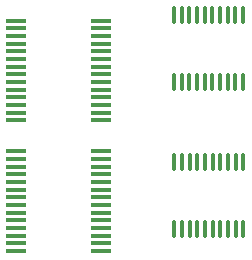
<source format=gbp>
%TF.GenerationSoftware,KiCad,Pcbnew,7.0.5*%
%TF.CreationDate,2023-06-11T19:33:25+08:00*%
%TF.ProjectId,DiveCAN Head,44697665-4341-44e2-9048-6561642e6b69,rev?*%
%TF.SameCoordinates,Original*%
%TF.FileFunction,Paste,Bot*%
%TF.FilePolarity,Positive*%
%FSLAX46Y46*%
G04 Gerber Fmt 4.6, Leading zero omitted, Abs format (unit mm)*
G04 Created by KiCad (PCBNEW 7.0.5) date 2023-06-11 19:33:25*
%MOMM*%
%LPD*%
G01*
G04 APERTURE LIST*
G04 Aperture macros list*
%AMRoundRect*
0 Rectangle with rounded corners*
0 $1 Rounding radius*
0 $2 $3 $4 $5 $6 $7 $8 $9 X,Y pos of 4 corners*
0 Add a 4 corners polygon primitive as box body*
4,1,4,$2,$3,$4,$5,$6,$7,$8,$9,$2,$3,0*
0 Add four circle primitives for the rounded corners*
1,1,$1+$1,$2,$3*
1,1,$1+$1,$4,$5*
1,1,$1+$1,$6,$7*
1,1,$1+$1,$8,$9*
0 Add four rect primitives between the rounded corners*
20,1,$1+$1,$2,$3,$4,$5,0*
20,1,$1+$1,$4,$5,$6,$7,0*
20,1,$1+$1,$6,$7,$8,$9,0*
20,1,$1+$1,$8,$9,$2,$3,0*%
G04 Aperture macros list end*
%ADD10R,1.750000X0.450000*%
%ADD11RoundRect,0.100000X-0.100000X0.637500X-0.100000X-0.637500X0.100000X-0.637500X0.100000X0.637500X0*%
G04 APERTURE END LIST*
D10*
%TO.C,U10*%
X113300000Y-106450000D03*
X113300000Y-107100000D03*
X113300000Y-107750000D03*
X113300000Y-108400000D03*
X113300000Y-109050000D03*
X113300000Y-109700000D03*
X113300000Y-110350000D03*
X113300000Y-111000000D03*
X113300000Y-111650000D03*
X113300000Y-112300000D03*
X113300000Y-112950000D03*
X113300000Y-113600000D03*
X113300000Y-114250000D03*
X113300000Y-114900000D03*
X106100000Y-114900000D03*
X106100000Y-114250000D03*
X106100000Y-113600000D03*
X106100000Y-112950000D03*
X106100000Y-112300000D03*
X106100000Y-111650000D03*
X106100000Y-111000000D03*
X106100000Y-110350000D03*
X106100000Y-109700000D03*
X106100000Y-109050000D03*
X106100000Y-108400000D03*
X106100000Y-107750000D03*
X106100000Y-107100000D03*
X106100000Y-106450000D03*
%TD*%
D11*
%TO.C,U8*%
X119450000Y-94875000D03*
X120100000Y-94875000D03*
X120750000Y-94875000D03*
X121400000Y-94875000D03*
X122050000Y-94875000D03*
X122700000Y-94875000D03*
X123350000Y-94875000D03*
X124000000Y-94875000D03*
X124650000Y-94875000D03*
X125300000Y-94875000D03*
X125300000Y-100600000D03*
X124650000Y-100600000D03*
X124000000Y-100600000D03*
X123350000Y-100600000D03*
X122700000Y-100600000D03*
X122050000Y-100600000D03*
X121400000Y-100600000D03*
X120750000Y-100600000D03*
X120100000Y-100600000D03*
X119450000Y-100600000D03*
%TD*%
%TO.C,U11*%
X119475000Y-107337500D03*
X120125000Y-107337500D03*
X120775000Y-107337500D03*
X121425000Y-107337500D03*
X122075000Y-107337500D03*
X122725000Y-107337500D03*
X123375000Y-107337500D03*
X124025000Y-107337500D03*
X124675000Y-107337500D03*
X125325000Y-107337500D03*
X125325000Y-113062500D03*
X124675000Y-113062500D03*
X124025000Y-113062500D03*
X123375000Y-113062500D03*
X122725000Y-113062500D03*
X122075000Y-113062500D03*
X121425000Y-113062500D03*
X120775000Y-113062500D03*
X120125000Y-113062500D03*
X119475000Y-113062500D03*
%TD*%
D10*
%TO.C,U7*%
X113300000Y-95375000D03*
X113300000Y-96025000D03*
X113300000Y-96675000D03*
X113300000Y-97325000D03*
X113300000Y-97975000D03*
X113300000Y-98625000D03*
X113300000Y-99275000D03*
X113300000Y-99925000D03*
X113300000Y-100575000D03*
X113300000Y-101225000D03*
X113300000Y-101875000D03*
X113300000Y-102525000D03*
X113300000Y-103175000D03*
X113300000Y-103825000D03*
X106100000Y-103825000D03*
X106100000Y-103175000D03*
X106100000Y-102525000D03*
X106100000Y-101875000D03*
X106100000Y-101225000D03*
X106100000Y-100575000D03*
X106100000Y-99925000D03*
X106100000Y-99275000D03*
X106100000Y-98625000D03*
X106100000Y-97975000D03*
X106100000Y-97325000D03*
X106100000Y-96675000D03*
X106100000Y-96025000D03*
X106100000Y-95375000D03*
%TD*%
M02*

</source>
